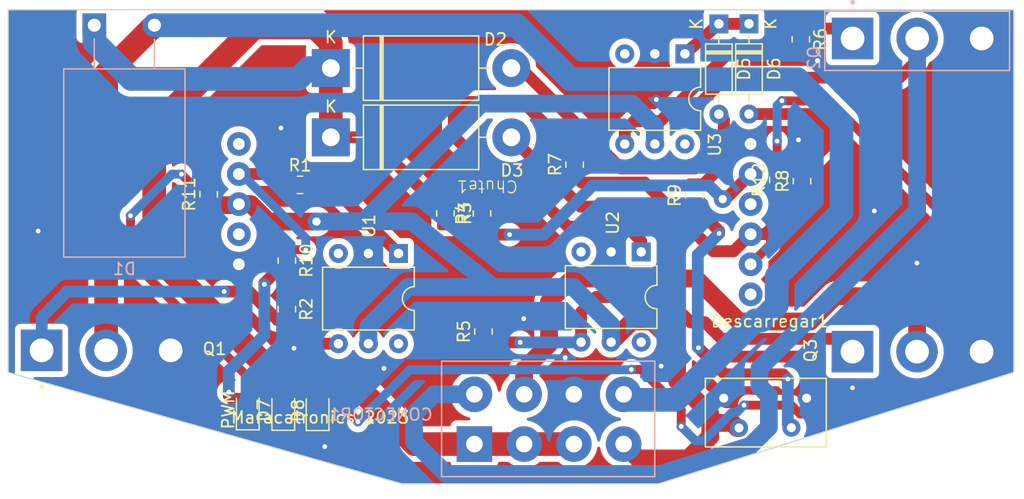
<source format=kicad_pcb>
(kicad_pcb (version 20221018) (generator pcbnew)
  (layers (0 "F.Cu" signal) (31 "B.Cu" signal) (34 "B.Paste" user) (35 "F.Paste" user) (36 "B.SilkS" user "B.Silkscreen") (37 "F.SilkS" user "F.Silkscreen") (38 "B.Mask" user) (39 "F.Mask" user) (44 "Edge.Cuts" user))
  (net 0 "")
  (net 7 "CAP1+")
  (net 8 "SOLENOIDE1_2")
  (net 9 "PWM_carregamento")
  (net 10 "18V")
  (net 12 "ADC_Chute")
  (net 13 "DISPARO CHIP KICK")
  (net 14 "SOLENOIDE2_2")
  (net 15 "Net-(Q2-Pad1)")
  (net 16 "Net-(Q3-Pad1)")
  (net 17 "Net-(Q1-Pad1)")
  (net 18 "Net-(R7-Pad2)")
  (net 19 "INDUTOR1_2")
  (net 20 "GND")
  (net 21 "Net-(R1-Pad2)")
  (net 22 "Net-(D5-K)")
  (net 26 "Net-(D5-A)")
  (net 27 "Net-(D6-A)")
  (net 28 "Net-(Descarregar1-Pad1)")
  (net 29 "Earth")
  (net 30 "Net-(D4-A)")
  (net 31 "Net-(D7-A)")
  (net 32 "Net-(D8-A)")
  (footprint "Resistor_SMD:R_0805_2012Metric" (layer "F.Cu") (at 151.9125 93.7)
    (fp_text reference "R1" (at 0 -1.65) (layer "F.SilkS"))
    (fp_text value "220")
    (fp_line (start -0.227064 -0.735) (end 0.227064 -0.735) (stroke (width 0.12)) (layer "F.SilkS"))
    (fp_line (start -0.227064 0.735) (end 0.227064 0.735) (stroke (width 0.12)) (layer "F.SilkS"))
    (pad "1" smd roundrect (at -0.9125 0) (size 1.025 1.4) (layers "F.Cu" "F.Paste" "F.Mask") (roundrect_rratio 0.243902) (net 9 "PWM_carregamento"))
    (pad "2" smd roundrect (at 0.9125 0) (size 1.025 1.4) (layers "F.Cu" "F.Paste" "F.Mask") (roundrect_rratio 0.243902) (net 21 "Net-(R1-Pad2)"))
  )
  (footprint "Package_DIP:DIP-6_W7.62mm" (layer "F.Cu") (at 180.719848 99.36 -90)
    (fp_text reference "U2" (at -2.45 2.402 90) (layer "F.SilkS"))
    (fp_text value "OPTO DISPARO KICK")
    (fp_line (start 1.16 -1.33) (end 1.16 6.41) (stroke (width 0.12)) (layer "F.SilkS"))
    (fp_line (start 1.16 6.41) (end 6.46 6.41) (stroke (width 0.12)) (layer "F.SilkS"))
    (fp_line (start 2.81 -1.33) (end 1.16 -1.33) (stroke (width 0.12)) (layer "F.SilkS"))
    (fp_line (start 6.46 -1.33) (end 4.81 -1.33) (stroke (width 0.12)) (layer "F.SilkS"))
    (fp_line (start 6.46 6.41) (end 6.46 -1.33) (stroke (width 0.12)) (layer "F.SilkS"))
    (fp_arc (start 4.81 -1.33) (mid 3.81 -0.33) (end 2.81 -1.33) (stroke (width 0.12)) (layer "F.SilkS"))
    (pad "1" thru_hole rect (at 0 0 270) (size 1.6 1.6) (drill 0.8) (layers "*.Cu" "*.Mask") (net 18 "Net-(R7-Pad2)"))
    (pad "2" thru_hole oval (at 0 2.54 270) (size 1.6 1.6) (drill 0.8) (layers "*.Cu" "*.Mask") (net 20 "GND"))
    (pad "3" thru_hole oval (at 0 5.08 270) (size 1.6 1.6) (drill 0.8) (layers "*.Cu" "*.Mask"))
    (pad "4" thru_hole oval (at 7.62 5.08 270) (size 1.6 1.6) (drill 0.8) (layers "*.Cu" "*.Mask") (net 16 "Net-(Q3-Pad1)"))
    (pad "5" thru_hole oval (at 7.62 2.54 270) (size 1.6 1.6) (drill 0.8) (layers "*.Cu" "*.Mask") (net 10 "18V"))
    (pad "6" thru_hole oval (at 7.62 0 270) (size 1.6 1.6) (drill 0.8) (layers "*.Cu" "*.Mask"))
  )
  (footprint "Resistor_SMD:R_0805_2012Metric" (layer "F.Cu") (at 194.3 93.3875 90)
    (fp_text reference "R8" (at 0 -1.65 90) (layer "F.SilkS"))
    (fp_text value "100")
    (fp_line (start -0.227064 -0.735) (end 0.227064 -0.735) (stroke (width 0.12)) (layer "F.SilkS"))
    (fp_line (start -0.227064 0.735) (end 0.227064 0.735) (stroke (width 0.12)) (layer "F.SilkS"))
    (pad "1" smd roundrect (at -0.9125 0 90) (size 1.025 1.4) (layers "F.Cu" "F.Paste" "F.Mask") (roundrect_rratio 0.243902) (net 13 "DISPARO CHIP KICK"))
    (pad "2" smd roundrect (at 0.9125 0 90) (size 1.025 1.4) (layers "F.Cu" "F.Paste" "F.Mask") (roundrect_rratio 0.243902) (net 27 "Net-(D6-A)"))
  )
  (footprint "Resistor_SMD:R_0805_2012Metric" (layer "F.Cu") (at 175.1 91.9875 90)
    (fp_text reference "R7" (at 0 -1.65 90) (layer "F.SilkS"))
    (fp_text value "220")
    (fp_line (start -0.227064 -0.735) (end 0.227064 -0.735) (stroke (width 0.12)) (layer "F.SilkS"))
    (fp_line (start -0.227064 0.735) (end 0.227064 0.735) (stroke (width 0.12)) (layer "F.SilkS"))
    (pad "1" smd roundrect (at -0.9125 0 90) (size 1.025 1.4) (layers "F.Cu" "F.Paste" "F.Mask") (roundrect_rratio 0.243902) (net 13 "DISPARO CHIP KICK"))
    (pad "2" smd roundrect (at 0.9125 0 90) (size 1.025 1.4) (layers "F.Cu" "F.Paste" "F.Mask") (roundrect_rratio 0.243902) (net 18 "Net-(R7-Pad2)"))
  )
  (footprint "Resistor_SMD:R_0805_2012Metric" (layer "F.Cu") (at 167.279848 96.11 90)
    (fp_text reference "R4" (at 0 -1.65 90) (layer "F.SilkS"))
    (fp_text value "22k")
    (fp_line (start -0.227064 -0.735) (end 0.227064 -0.735) (stroke (width 0.12)) (layer "F.SilkS"))
    (fp_line (start -0.227064 0.735) (end 0.227064 0.735) (stroke (width 0.12)) (layer "F.SilkS"))
    (pad "1" smd roundrect (at -0.9125 0 90) (size 1.025 1.4) (layers "F.Cu" "F.Paste" "F.Mask") (roundrect_rratio 0.243902) (net 12 "ADC_Chute"))
    (pad "2" smd roundrect (at 0.9125 0 90) (size 1.025 1.4) (layers "F.Cu" "F.Paste" "F.Mask") (roundrect_rratio 0.243902) (net 20 "GND"))
  )
  (footprint "Resistor_SMD:R_0805_2012Metric" (layer "F.Cu") (at 150.8 100.0875 -90)
    (fp_text reference "R10" (at 0 -1.65 90) (layer "F.SilkS"))
    (fp_text value "R_US")
    (fp_line (start -0.227064 -0.735) (end 0.227064 -0.735) (stroke (width 0.12)) (layer "F.SilkS"))
    (fp_line (start -0.227064 0.735) (end 0.227064 0.735) (stroke (width 0.12)) (layer "F.SilkS"))
    (pad "1" smd roundrect (at -0.9125 0 270) (size 1.025 1.4) (layers "F.Cu" "F.Paste" "F.Mask") (roundrect_rratio 0.243902) (net 9 "PWM_carregamento"))
    (pad "2" smd roundrect (at 0.9125 0 270) (size 1.025 1.4) (layers "F.Cu" "F.Paste" "F.Mask") (roundrect_rratio 0.243902) (net 30 "Net-(D4-A)"))
  )
  (footprint "Resistor_SMD:R_0805_2012Metric" (layer "F.Cu") (at 144.2 94.5 90)
    (fp_text reference "R11" (at 0 -1.65 90) (layer "F.SilkS"))
    (fp_text value "R_US")
    (fp_line (start -0.227064 -0.735) (end 0.227064 -0.735) (stroke (width 0.12)) (layer "F.SilkS"))
    (fp_line (start -0.227064 0.735) (end 0.227064 0.735) (stroke (width 0.12)) (layer "F.SilkS"))
    (pad "1" smd roundrect (at -0.9125 0 90) (size 1.025 1.4) (layers "F.Cu" "F.Paste" "F.Mask") (roundrect_rratio 0.243902) (net 10 "18V"))
    (pad "2" smd roundrect (at 0.9125 0 90) (size 1.025 1.4) (layers "F.Cu" "F.Paste" "F.Mask") (roundrect_rratio 0.243902) (net 31 "Net-(D7-A)"))
  )
  (footprint "Botão Tactil 90 graus:botão chute 90 graus" (layer "F.Cu") (at 191.5712 105.7164)
    (fp_text reference "Descarregar1" (at 0 -0.5 unlocked) (layer "F.SilkS"))
    (fp_text value "1825910-6")
    (fp_rect (start -5.4356 4.318) (end 4.7752 10.1092) (stroke (width 0.12)) (fill none) (layer "F.SilkS"))
    (pad "1" thru_hole circle (at -3.8824 5.9944) (size 1.524 1.524) (drill 0.762) (layers "*.Cu" "*.Mask") (net 20 "GND"))
    (pad "2" thru_hole circle (at 3.1176 5.9944) (size 1.524 1.524) (drill 0.762) (layers "*.Cu" "*.Mask") (net 20 "GND"))
    (pad "3" thru_hole circle (at -2.5936 8.509) (size 1.524 1.524) (drill 0.762) (layers "*.Cu" "*.Mask") (net 10 "18V"))
    (pad "4" thru_hole circle (at 1.8288 8.4836) (size 1.524 1.524) (drill 0.762) (layers "*.Cu" "*.Mask") (net 28 "Net-(Descarregar1-Pad1)"))
  )
  (footprint "Diode_THT:D_DO-201AD_P15.24mm_Horizontal" (layer "F.Cu") (at 154.514848 89.685)
    (fp_text reference "D3" (at 15.295 2.8) (layer "F.SilkS"))
    (fp_text value "1N5408")
    (fp_text user "K" (at 0 -2.6) (layer "F.SilkS"))
    (fp_line (start 1.84 0) (end 2.75 0) (stroke (width 0.12)) (layer "F.SilkS"))
    (fp_line (start 2.75 -2.72) (end 2.75 2.72) (stroke (width 0.12)) (layer "F.SilkS"))
    (fp_line (start 2.75 2.72) (end 12.49 2.72) (stroke (width 0.12)) (layer "F.SilkS"))
    (fp_line (start 4.175 -2.72) (end 4.175 2.72) (stroke (width 0.12)) (layer "F.SilkS"))
    (fp_line (start 4.295 -2.72) (end 4.295 2.72) (stroke (width 0.12)) (layer "F.SilkS"))
    (fp_line (start 4.415 -2.72) (end 4.415 2.72) (stroke (width 0.12)) (layer "F.SilkS"))
    (fp_line (start 12.49 -2.72) (end 2.75 -2.72) (stroke (width 0.12)) (layer "F.SilkS"))
    (fp_line (start 12.49 2.72) (end 12.49 -2.72) (stroke (width 0.12)) (layer "F.SilkS"))
    (fp_line (start 13.4 0) (end 12.49 0) (stroke (width 0.12)) (layer "F.SilkS"))
    (pad "1" thru_hole rect (at 0 0) (size 3.2 3.2) (drill 1.5) (layers "*.Cu" "*.Mask") (net 7 "CAP1+"))
    (pad "2" thru_hole oval (at 15.24 0) (size 3.2 3.2) (drill 1.5) (layers "*.Cu" "*.Mask") (net 14 "SOLENOIDE2_2"))
  )
  (footprint "Resistor_SMD:R_0805_2012Metric" (layer "F.Cu") (at 167.4 106.0875 90)
    (fp_text reference "R5" (at 0 -1.65 90) (layer "F.SilkS"))
    (fp_text value "10k")
    (fp_line (start -0.227064 -0.735) (end 0.227064 -0.735) (stroke (width 0.12)) (layer "F.SilkS"))
    (fp_line (start -0.227064 0.735) (end 0.227064 0.735) (stroke (width 0.12)) (layer "F.SilkS"))
    (pad "1" smd roundrect (at -0.9125 0 90) (size 1.025 1.4) (layers "F.Cu" "F.Paste" "F.Mask") (roundrect_rratio 0.243902) (net 16 "Net-(Q3-Pad1)"))
    (pad "2" smd roundrect (at 0.9125 0 90) (size 1.025 1.4) (layers "F.Cu" "F.Paste" "F.Mask") (roundrect_rratio 0.243902) (net 20 "GND"))
  )
  (footprint "Maraca:TO545P1560X500X2460-3 90d" (layer "F.Cu") (at 135.539848 107.6725)
    (fp_text reference "Q1" (at 9.156 -0.124) (layer "F.SilkS"))
    (fp_text value "IRFP260N")
    (fp_circle (center -5.45 3.05) (end -5.35 3.05) (stroke (width 0.2)) (fill none) (layer "F.SilkS"))
    (pad "1" thru_hole rect (at -5.45 0) (size 3.5 3.5) (drill 2) (layers "*.Cu" "*.Mask") (net 17 "Net-(Q1-Pad1)"))
    (pad "2" thru_hole circle (at 0 0) (size 3.5 3.5) (drill 2) (layers "*.Cu" "*.Mask") (net 19 "INDUTOR1_2"))
    (pad "3" thru_hole circle (at 5.45 0) (size 3.5 3.5) (drill 2) (layers "*.Cu" "*.Mask") (net 20 "GND"))
  )
  (footprint "LED_SMD:LED_0805_2012Metric" (layer "F.Cu") (at 147.5 112.7 90)
    (fp_text reference "PWM" (at 0 -1.65 90) (layer "F.SilkS"))
    (fp_text value "LED")
    (fp_line (start -1.685 -0.96) (end -1.685 0.96) (stroke (width 0.12)) (layer "F.SilkS"))
    (fp_line (start -1.685 0.96) (end 1 0.96) (stroke (width 0.12)) (layer "F.SilkS"))
    (fp_line (start 1 -0.96) (end -1.685 -0.96) (stroke (width 0.12)) (layer "F.SilkS"))
    (pad "1" smd roundrect (at -0.9375 0 90) (size 0.975 1.4) (layers "F.Cu" "F.Paste" "F.Mask") (net 29 "Earth"))
    (pad "2" smd roundrect (at 0.9375 0 90) (size 0.975 1.4) (layers "F.Cu" "F.Paste" "F.Mask") (net 30 "Net-(D4-A)"))
  )
  (footprint "LED_SMD:LED_0805_2012Metric" (layer "F.Cu") (at 153.395676 112.756413 90)
    (fp_text reference "D8" (at 0 -1.65 90) (layer "F.SilkS"))
    (fp_text value "LED")
    (fp_line (start -1.685 -0.96) (end -1.685 0.96) (stroke (width 0.12)) (layer "F.SilkS"))
    (fp_line (start -1.685 0.96) (end 1 0.96) (stroke (width 0.12)) (layer "F.SilkS"))
    (fp_line (start 1 -0.96) (end -1.685 -0.96) (stroke (width 0.12)) (layer "F.SilkS"))
    (pad "1" smd roundrect (at -0.9375 0 90) (size 0.975 1.4) (layers "F.Cu" "F.Paste" "F.Mask") (net 29 "Earth"))
    (pad "2" smd roundrect (at 0.9375 0 90) (size 0.975 1.4) (layers "F.Cu" "F.Paste" "F.Mask") (net 32 "Net-(D8-A)"))
  )
  (footprint "Diode_THT:D_DO-35_SOD27_P7.62mm_Horizontal" (layer "F.Cu") (at 187.279848 80.11 -90)
    (fp_text reference "D5" (at 3.81 -2.12 90) (layer "F.SilkS"))
    (fp_text value "1N4148")
    (fp_text user "K" (at -0.01 1.91 90) (layer "F.SilkS"))
    (fp_line (start 1.04 0) (end 1.69 0) (stroke (width 0.12)) (layer "F.SilkS"))
    (fp_line (start 1.69 -1.12) (end 1.69 1.12) (stroke (width 0.12)) (layer "F.SilkS"))
    (fp_line (start 1.69 1.12) (end 5.93 1.12) (stroke (width 0.12)) (layer "F.SilkS"))
    (fp_line (start 2.29 -1.12) (end 2.29 1.12) (stroke (width 0.12)) (layer "F.SilkS"))
    (fp_line (start 2.41 -1.12) (end 2.41 1.12) (stroke (width 0.12)) (layer "F.SilkS"))
    (fp_line (start 2.53 -1.12) (end 2.53 1.12) (stroke (width 0.12)) (layer "F.SilkS"))
    (fp_line (start 5.93 -1.12) (end 1.69 -1.12) (stroke (width 0.12)) (layer "F.SilkS"))
    (fp_line (start 5.93 1.12) (end 5.93 -1.12) (stroke (width 0.12)) (layer "F.SilkS"))
    (fp_line (start 6.58 0) (end 5.93 0) (stroke (width 0.12)) (layer "F.SilkS"))
    (pad "1" thru_hole rect (at 0 0 270) (size 1.6 1.6) (drill 0.8) (layers "*.Cu" "*.Mask") (net 22 "Net-(D5-K)"))
    (pad "2" thru_hole oval (at 7.62 0 270) (size 1.6 1.6) (drill 0.8) (layers "*.Cu" "*.Mask") (net 26 "Net-(D5-A)"))
  )
  (footprint "Resistor_SMD:R_0805_2012Metric" (layer "F.Cu") (at 185.2 94.5875 90)
    (fp_text reference "R9" (at 0 -1.65 90) (layer "F.SilkS"))
    (fp_text value "1.6k")
    (fp_line (start -0.227064 -0.735) (end 0.227064 -0.735) (stroke (width 0.12)) (layer "F.SilkS"))
    (fp_line (start -0.227064 0.735) (end 0.227064 0.735) (stroke (width 0.12)) (layer "F.SilkS"))
    (pad "1" smd roundrect (at -0.9125 0 90) (size 1.025 1.4) (layers "F.Cu" "F.Paste" "F.Mask") (roundrect_rratio 0.243902) (net 28 "Net-(Descarregar1-Pad1)"))
    (pad "2" smd roundrect (at 0.9125 0 90) (size 1.025 1.4) (layers "F.Cu" "F.Paste" "F.Mask") (roundrect_rratio 0.243902) (net 26 "Net-(D5-A)"))
  )
  (footprint "Maraca:TO545P1560X500X2460-3 90d" (layer "F.Cu") (at 204.009848 107.7825)
    (fp_text reference "Q3" (at -8.988 -0.0965 90) (layer "F.SilkS"))
    (fp_text value "IRFP260N")
    (fp_circle (center -5.45 3.05) (end -5.35 3.05) (stroke (width 0.2)) (fill none) (layer "F.SilkS"))
    (pad "1" thru_hole rect (at -5.45 0) (size 3.5 3.5) (drill 2) (layers "*.Cu" "*.Mask") (net 16 "Net-(Q3-Pad1)"))
    (pad "2" thru_hole circle (at 0 0) (size 3.5 3.5) (drill 2) (layers "*.Cu" "*.Mask") (net 14 "SOLENOIDE2_2"))
    (pad "3" thru_hole circle (at 5.45 0 2) (size 3.5 3.5) (drill 2) (layers "*.Cu" "*.Mask") (net 20 "GND"))
  )
  (footprint "Package_DIP:DIP-6_W7.62mm" (layer "F.Cu") (at 184.409848 82.635 -90)
    (fp_text reference "U3" (at 7.675 -2.53 90) (layer "F.SilkS"))
    (fp_text value "OPTO DISPARO")
    (fp_line (start 1.16 -1.33) (end 1.16 6.41) (stroke (width 0.12)) (layer "F.SilkS"))
    (fp_line (start 1.16 6.41) (end 6.46 6.41) (stroke (width 0.12)) (layer "F.SilkS"))
    (fp_line (start 2.81 -1.33) (end 1.16 -1.33) (stroke (width 0.12)) (layer "F.SilkS"))
    (fp_line (start 6.46 -1.33) (end 4.81 -1.33) (stroke (width 0.12)) (layer "F.SilkS"))
    (fp_line (start 6.46 6.41) (end 6.46 -1.33) (stroke (width 0.12)) (layer "F.SilkS"))
    (fp_arc (start 4.81 -1.33) (mid 3.81 -0.33) (end 2.81 -1.33) (stroke (width 0.12)) (layer "F.SilkS"))
    (pad "1" thru_hole rect (at 0 0 270) (size 1.6 1.6) (drill 0.8) (layers "*.Cu" "*.Mask") (net 22 "Net-(D5-K)"))
    (pad "2" thru_hole oval (at 0 2.54 270) (size 1.6 1.6) (drill 0.8) (layers "*.Cu" "*.Mask") (net 20 "GND"))
    (pad "3" thru_hole oval (at 0 5.08 270) (size 1.6 1.6) (drill 0.8) (layers "*.Cu" "*.Mask"))
    (pad "4" thru_hole oval (at 7.62 5.08 270) (size 1.6 1.6) (drill 0.8) (layers "*.Cu" "*.Mask") (net 15 "Net-(Q2-Pad1)"))
    (pad "5" thru_hole oval (at 7.62 2.54 270) (size 1.6 1.6) (drill 0.8) (layers "*.Cu" "*.Mask") (net 10 "18V"))
    (pad "6" thru_hole oval (at 7.62 0 270) (size 1.6 1.6) (drill 0.8) (layers "*.Cu" "*.Mask"))
  )
  (footprint "Package_DIP:DIP-6_W7.62mm" (layer "F.Cu") (at 160.229848 99.49 -90)
    (fp_text reference "U1" (at -2.326 2.486 90) (layer "F.SilkS"))
    (fp_text value "OPTO PWM")
    (fp_line (start 1.16 -1.33) (end 1.16 6.41) (stroke (width 0.12)) (layer "F.SilkS"))
    (fp_line (start 1.16 6.41) (end 6.46 6.41) (stroke (width 0.12)) (layer "F.SilkS"))
    (fp_line (start 2.81 -1.33) (end 1.16 -1.33) (stroke (width 0.12)) (layer "F.SilkS"))
    (fp_line (start 6.46 -1.33) (end 4.81 -1.33) (stroke (width 0.12)) (layer "F.SilkS"))
    (fp_line (start 6.46 6.41) (end 6.46 -1.33) (stroke (width 0.12)) (layer "F.SilkS"))
    (fp_arc (start 4.81 -1.33) (mid 3.81 -0.33) (end 2.81 -1.33) (stroke (width 0.12)) (layer "F.SilkS"))
    (pad "1" thru_hole rect (at 0 0 270) (size 1.6 1.6) (drill 0.8) (layers "*.Cu" "*.Mask") (net 21 "Net-(R1-Pad2)"))
    (pad "2" thru_hole oval (at 0 2.54 270) (size 1.6 1.6) (drill 0.8) (layers "*.Cu" "*.Mask") (net 20 "GND"))
    (pad "3" thru_hole oval (at 0 5.08 270) (size 1.6 1.6) (drill 0.8) (layers "*.Cu" "*.Mask"))
    (pad "4" thru_hole oval (at 7.62 5.08 270) (size 1.6 1.6) (drill 0.8) (layers "*.Cu" "*.Mask") (net 17 "Net-(Q1-Pad1)"))
    (pad "5" thru_hole oval (at 7.62 2.54 270) (size 1.6 1.6) (drill 0.8) (layers "*.Cu" "*.Mask") (net 10 "18V"))
    (pad "6" thru_hole oval (at 7.62 0 270) (size 1.6 1.6) (drill 0.8) (layers "*.Cu" "*.Mask"))
  )
  (footprint "Resistor_SMD:R_0805_2012Metric" (layer "F.Cu") (at 150.8 104.2 -90)
    (fp_text reference "R2" (at 0 -1.65 90) (layer "F.SilkS"))
    (fp_text value "10k")
    (fp_line (start -0.227064 -0.735) (end 0.227064 -0.735) (stroke (width 0.12)) (layer "F.SilkS"))
    (fp_line (start -0.227064 0.735) (end 0.227064 0.735) (stroke (width 0.12)) (layer "F.SilkS"))
    (pad "1" smd roundrect (at -0.9125 0 270) (size 1.025 1.4) (layers "F.Cu" "F.Paste" "F.Mask") (roundrect_rratio 0.243902) (net 20 "GND"))
    (pad "2" smd roundrect (at 0.9125 0 270) (size 1.025 1.4) (layers "F.Cu" "F.Paste" "F.Mask") (roundrect_rratio 0.243902) (net 17 "Net-(Q1-Pad1)"))
  )
  (footprint "Maraca:Conn_2x11_Maraca_Chute" (layer "F.Cu") (at 168.409848 95.285)
    (fp_text reference "Chute1" (at -0.69 -1.46 180 unlocked) (layer "F.SilkS") (effects (font (thickness 0.1))))
    (fp_text value "Conn_02x11_Pin_Maraca")
    (pad "1" thru_hole circle (at -21.66 -5.04) (size 2 2) (drill 1) (layers "*.Cu" "*.Mask"))
    (pad "2" thru_hole circle (at -21.66 -2.5) (size 2 2) (drill 1) (layers "*.Cu" "*.Mask") (net 9 "PWM_carregamento"))
    (pad "3" thru_hole circle (at -21.66 0.04) (size 2 2) (drill 1) (layers "*.Cu" "*.Mask") (net 10 "18V"))
    (pad "4" thru_hole circle (at -21.66 2.58) (size 2 2) (drill 1) (layers "*.Cu" "*.Mask"))
    (pad "5" thru_hole circle (at -21.66 5.12) (size 2 2) (drill 1) (layers "*.Cu" "*.Mask") (net 20 "GND"))
    (pad "6" thru_hole circle (at 21.55 -5.04) (size 2 2) (drill 1) (layers "*.Cu" "*.Mask") (net 20 "GND"))
    (pad "7" thru_hole circle (at 21.55 -2.5) (size 2 2) (drill 1) (layers "*.Cu" "*.Mask") (net 12 "ADC_Chute"))
    (pad "8" thru_hole circle (at 21.55 0.04) (size 2 2) (drill 1) (layers "*.Cu" "*.Mask"))
    (pad "9" thru_hole circle (at 21.55 2.58) (size 2 2) (drill 1) (layers "*.Cu" "*.Mask") (net 13 "DISPARO CHIP KICK"))
    (pad "10" thru_hole circle (at 21.55 5.12) (size 2 2) (drill 1) (layers "*.Cu" "*.Mask") (net 13 "DISPARO CHIP KICK"))
    (pad "11" thru_hole circle (at 21.55 7.66) (size 2 2) (drill 1) (layers "*.Cu" "*.Mask"))
  )
  (footprint "Diode_THT:D_DO-201AD_P15.24mm_Horizontal" (layer "F.Cu") (at 154.509848 83.84)
    (fp_text reference "D2" (at 13.902 -2.424) (layer "F.SilkS"))
    (fp_text value "1N5408")
    (fp_text user "K" (at 0 -2.6) (layer "F.SilkS"))
    (fp_line (start 1.84 0) (end 2.75 0) (stroke (width 0.12)) (layer "F.SilkS"))
    (fp_line (start 2.75 -2.72) (end 2.75 2.72) (stroke (width 0.12)) (layer "F.SilkS"))
    (fp_line (start 2.75 2.72) (end 12.49 2.72) (stroke (width 0.12)) (layer "F.SilkS"))
    (fp_line (start 4.175 -2.72) (end 4.175 2.72) (stroke (width 0.12)) (layer "F.SilkS"))
    (fp_line (start 4.295 -2.72) (end 4.295 2.72) (stroke (width 0.12)) (layer "F.SilkS"))
    (fp_line (start 4.415 -2.72) (end 4.415 2.72) (stroke (width 0.12)) (layer "F.SilkS"))
    (fp_line (start 12.49 -2.72) (end 2.75 -2.72) (stroke (width 0.12)) (layer "F.SilkS"))
    (fp_line (start 12.49 2.72) (end 12.49 -2.72) (stroke (width 0.12)) (layer "F.SilkS"))
    (fp_line (start 13.4 0) (end 12.49 0) (stroke (width 0.12)) (layer "F.SilkS"))
    (pad "1" thru_hole rect (at 0 0) (size 3.2 3.2) (drill 1.5) (layers "*.Cu" "*.Mask") (net 7 "CAP1+"))
    (pad "2" thru_hole oval (at 15.24 0) (size 3.2 3.2) (drill 1.5) (layers "*.Cu" "*.Mask") (net 8 "SOLENOIDE1_2"))
  )
  (footprint "Resistor_SMD:R_0805_2012Metric" (layer "F.Cu") (at 192.3 93.2875 90)
    (fp_text reference "R12" (at 0 -1.65 90) (layer "F.SilkS"))
    (fp_text value "R_US")
    (fp_line (start -0.227064 -0.735) (end 0.227064 -0.735) (stroke (width 0.12)) (layer "F.SilkS"))
    (fp_line (start -0.227064 0.735) (end 0.227064 0.735) (stroke (width 0.12)) (layer "F.SilkS"))
    (pad "1" smd roundrect (at -0.9125 0 90) (size 1.025 1.4) (layers "F.Cu" "F.Paste" "F.Mask") (roundrect_rratio 0.243902) (net 13 "DISPARO CHIP KICK"))
    (pad "2" smd roundrect (at 0.9125 0 90) (size 1.025 1.4) (layers "F.Cu" "F.Paste" "F.Mask") (roundrect_rratio 0.243902) (net 32 "Net-(D8-A)"))
  )
  (footprint "Resistor_SMD:R_0805_2012Metric" (layer "F.Cu") (at 194.2 81.4125 -90)
    (fp_text reference "R6" (at 0 -1.65 -90) (layer "F.SilkS"))
    (fp_text value "10k")
    (fp_line (start -0.227064 -0.735) (end 0.227064 -0.735) (stroke (width 0.12)) (layer "F.SilkS"))
    (fp_line (start -0.227064 0.735) (end 0.227064 0.735) (stroke (width 0.12)) (layer "F.SilkS"))
    (pad "1" smd roundrect (at -0.9125 0 270) (size 1.025 1.4) (layers "F.Cu" "F.Paste" "F.Mask") (roundrect_rratio 0.243902) (net 15 "Net-(Q2-Pad1)"))
    (pad "2" smd roundrect (at 0.9125 0 270) (size 1.025 1.4) (layers "F.Cu" "F.Paste" "F.Mask") (roundrect_rratio 0.243902) (net 20 "GND"))
  )
  (footprint "LED_SMD:LED_0805_2012Metric" (layer "F.Cu") (at 150.5 112.7375 90)
    (fp_text reference "D7" (at 0 -1.65 90) (layer "F.SilkS"))
    (fp_text value "LED")
    (fp_line (start -1.685 -0.96) (end -1.685 0.96) (stroke (width 0.12)) (layer "F.SilkS"))
    (fp_line (start -1.685 0.96) (end 1 0.96) (stroke (width 0.12)) (layer "F.SilkS"))
    (fp_line (start 1 -0.96) (end -1.685 -0.96) (stroke (width 0.12)) (layer "F.SilkS"))
    (pad "1" smd roundrect (at -0.9375 0 90) (size 0.975 1.4) (layers "F.Cu" "F.Paste" "F.Mask") (net 29 "Earth"))
    (pad "2" smd roundrect (at 0.9375 0 90) (size 0.975 1.4) (layers "F.Cu" "F.Paste" "F.Mask") (net 31 "Net-(D7-A)"))
  )
  (footprint "Resistor_SMD:R_0805_2012Metric" (layer "F.Cu") (at 164.189848 96.11 -90)
    (fp_text reference "R3" (at 0 -1.65 -90) (layer "F.SilkS"))
    (fp_text value "2.2M")
    (fp_line (start -0.227064 -0.735) (end 0.227064 -0.735) (stroke (width 0.12)) (layer "F.SilkS"))
    (fp_line (start -0.227064 0.735) (end 0.227064 0.735) (stroke (width 0.12)) (layer "F.SilkS"))
    (pad "1" smd roundrect (at -0.9125 0 270) (size 1.025 1.4) (layers "F.Cu" "F.Paste" "F.Mask") (roundrect_rratio 0.243902) (net 7 "CAP1+"))
    (pad "2" smd roundrect (at 0.9125 0 270) (size 1.025 1.4) (layers "F.Cu" "F.Paste" "F.Mask") (roundrect_rratio 0.243902) (net 12 "ADC_Chute"))
  )
  (footprint "Diode_THT:D_DO-35_SOD27_P7.62mm_Horizontal" (layer "F.Cu") (at 189.819848 80.1 -90)
    (fp_text reference "D6" (at 3.81 -2.12 90) (layer "F.SilkS"))
    (fp_text value "1N4148")
    (fp_text user "K" (at 0 -1.8 90) (layer "F.SilkS"))
    (fp_line (start 1.04 0) (end 1.69 0) (stroke (width 0.12)) (layer "F.SilkS"))
    (fp_line (start 1.69 -1.12) (end 1.69 1.12) (stroke (width 0.12)) (layer "F.SilkS"))
    (fp_line (start 1.69 1.12) (end 5.93 1.12) (stroke (width 0.12)) (layer "F.SilkS"))
    (fp_line (start 2.29 -1.12) (end 2.29 1.12) (stroke (width 0.12)) (layer "F.SilkS"))
    (fp_line (start 2.41 -1.12) (end 2.41 1.12) (stroke (width 0.12)) (layer "F.SilkS"))
    (fp_line (start 2.53 -1.12) (end 2.53 1.12) (stroke (width 0.12)) (layer "F.SilkS"))
    (fp_line (start 5.93 -1.12) (end 1.69 -1.12) (stroke (width 0.12)) (layer "F.SilkS"))
    (fp_line (start 5.93 1.12) (end 5.93 -1.12) (stroke (width 0.12)) (layer "F.SilkS"))
    (fp_line (start 6.58 0) (end 5.93 0) (stroke (width 0.12)) (layer "F.SilkS"))
    (pad "1" thru_hole rect (at 0 0 270) (size 1.6 1.6) (drill 0.8) (layers "*.Cu" "*.Mask") (net 22 "Net-(D5-K)"))
    (pad "2" thru_hole oval (at 7.62 0 270) (size 1.6 1.6) (drill 0.8) (layers "*.Cu" "*.Mask") (net 27 "Net-(D6-A)"))
  )
  (footprint "Package_TO_SOT_THT:TO-220-2_Horizontal_TabDown" (layer "B.Cu") (at 134.539848 80.22)
    (fp_text reference "D1" (at 2.54 20.58) (layer "B.SilkS") (effects (justify mirror)))
    (fp_text value "BYV79-200")
    (fp_line (start -2.58 3.69) (end 7.66 3.69) (stroke (width 0.12)) (layer "B.SilkS"))
    (fp_line (start -2.58 19.58) (end -2.58 3.69) (stroke (width 0.12)) (layer "B.SilkS"))
    (fp_line (start -2.58 19.58) (end 7.66 19.58) (stroke (width 0.12)) (layer "B.SilkS"))
    (fp_line (start 0 3.69) (end 0 1.15) (stroke (width 0.12)) (layer "B.SilkS"))
    (fp_line (start 5.08 3.69) (end 5.08 1.165) (stroke (width 0.12)) (layer "B.SilkS"))
    (fp_line (start 7.66 19.58) (end 7.66 3.69) (stroke (width 0.12)) (layer "B.SilkS"))
    (pad "1" thru_hole rect (at 0 0) (size 2 2) (drill 1.1) (layers "*.Cu" "*.Mask") (net 7 "CAP1+"))
    (pad "2" thru_hole oval (at 5.08 0) (size 2 2) (drill 1.1) (layers "*.Cu" "*.Mask") (net 19 "INDUTOR1_2"))
  )
  (footprint "Maraca:TE_1586037-8b" (layer "B.Cu") (at 166.634848 115.585)
    (fp_text reference "CONECTOR1" (at -7.905 -2.485) (layer "B.SilkS") (effects (justify mirror)))
    (fp_text value "CONECTOR1")
    (fp_line (start -2.77 -7) (end -2.77 2.75) (stroke (width 0.127)) (layer "B.SilkS"))
    (fp_line (start 15.23 -7) (end -2.77 -7) (stroke (width 0.127)) (layer "B.SilkS"))
    (fp_line (start 15.23 2.75) (end -2.77 2.75) (stroke (width 0.127)) (layer "B.SilkS"))
    (fp_line (start 15.23 2.75) (end 15.23 -7) (stroke (width 0.127)) (layer "B.SilkS"))
    (pad "1" thru_hole rect (at 0 0) (size 3 3) (drill 1.4) (layers "*.Cu" "*.Mask") (net 7 "CAP1+"))
    (pad "2" thru_hole circle (at 4.2 0) (size 3 3) (drill 1.4) (layers "*.Cu" "*.Mask") (net 7 "CAP1+"))
    (pad "3" thru_hole circle (at 8.4 0) (size 3 3) (drill 1.4) (layers "*.Cu" "*.Mask") (net 7 "CAP1+"))
    (pad "4" thru_hole circle (at 12.6 0) (size 3 3) (drill 1.4) (layers "*.Cu" "*.Mask") (net 10 "18V"))
    (pad "5" thru_hole circle (at 0 -4.2) (size 3 3) (drill 1.4) (layers "*.Cu" "*.Mask") (net 8 "SOLENOIDE1_2"))
    (pad "6" thru_hole circle (at 4.2 -4.2) (size 3 3) (drill 1.4) (layers "*.Cu" "*.Mask") (net 14 "SOLENOIDE2_2"))
    (pad "7" thru_hole circle (at 8.4 -4.2) (size 3 3) (drill 1.4) (layers "*.Cu" "*.Mask") (net 20 "GND"))
    (pad "8" thru_hole circle (at 12.6 -4.2) (size 3 3) (drill 1.4) (layers "*.Cu" "*.Mask") (net 19 "INDUTOR1_2"))
  )
  (footprint "Maraca:TO545P1560X500X2460-3 90d" (layer "B.Cu") (at 204.019848 81.34)
    (fp_text reference "Q2" (at -8.714 1.634 90) (layer "B.SilkS") (effects (justify mirror)))
    (fp_text value "IRFP260N")
    (fp_line (start -7.8 -2.3) (end -7.8 2.7) (stroke (width 0.127)) (layer "B.SilkS"))
    (fp_line (start -7.8 2.7) (end 7.8 2.7) (stroke (width 0.127)) (layer "B.SilkS"))
    (fp_line (start 7.8 -2.3) (end -7.8 -2.3) (stroke (width 0.127)) (layer "B.SilkS"))
    (fp_line (start 7.8 2.7) (end 7.8 -2.3) (stroke (width 0.127)) (layer "B.SilkS"))
    (fp_circle (center -5.45 -3.05) (end -5.35 -3.05) (stroke (width 0.2)) (fill none) (layer "B.SilkS"))
    (pad "1" thru_hole rect (at -5.45 0) (size 3.5 3.5) (drill 2) (layers "*.Cu" "*.Mask") (net 15 "Net-(Q2-Pad1)"))
    (pad "2" thru_hole circle (at 0 0) (size 3.5 3.5) (drill 2) (layers "*.Cu" "*.Mask") (net 8 "SOLENOIDE1_2"))
    (pad "3" thru_hole circle (at 5.45 0) (size 3.5 3.5) (drill 2) (layers "*.Cu" "*.Mask") (net 20 "GND"))
  )
  (gr_line (start 212.189848 109.53) (end 182.189848 118.94) (stroke (width 0.1)) (layer "Edge.Cuts"))
  (gr_line (start 127.259848 78.91) (end 212.189848 78.91) (stroke (width 0.1)) (layer "Edge.Cuts"))
  (gr_line (start 127.259848 109.53) (end 127.259848 78.91) (stroke (width 0.1)) (layer "Edge.Cuts"))
  (gr_line (start 127.259848 109.53) (end 160.509848 118.94) (stroke (width 0.1)) (layer "Edge.Cuts"))
  (gr_line (start 212.189848 78.91) (end 212.189848 109.53) (stroke (width 0.1)) (layer "Edge.Cuts"))
  (gr_line (start 160.509848 118.94) (end 182.189848 118.94) (stroke (width 0.1)) (layer "Edge.Cuts"))
  (gr_text "Maracatronics 2023" (at 145.99 113.92) (layer "F.SilkS") (effects (font (size 1 1)) (justify left bottom)))
  (segment (start 149.784848 109.735) (end 139.6 99.550152) (width 2) (layer "F.Cu") (net 7))
  (segment (start 155.735 109.735) (end 149.784848 109.735) (width 2) (layer "F.Cu") (net 7))
  (segment (start 163.277348 95.1975) (end 164.189848 95.1975) (width 1) (layer "F.Cu") (net 7))
  (segment (start 161.585 115.585) (end 155.735 109.735) (width 2) (layer "F.Cu") (net 7))
  (segment (start 139.6 99.550152) (end 139.6 88.844848) (width 2) (layer "F.Cu") (net 7))
  (segment (start 154.514848 89.685) (end 157.764848 89.685) (width 1) (layer "F.Cu") (net 7))
  (segment (start 154.514848 89.685) (end 154.509848 83.84) (width 2) (layer "F.Cu") (net 7))
  (segment (start 157.764848 89.685) (end 163.277348 95.1975) (width 1) (layer "F.Cu") (net 7))
  (segment (start 166.634848 115.585) (end 170.834848 115.585) (width 2) (layer "F.Cu") (net 7))
  (segment (start 170.834848 115.585) (end 175.034848 115.585) (width 2) (layer "F.Cu") (net 7))
  (segment (start 166.634848 115.585) (end 161.585 115.585) (width 2) (layer "F.Cu") (net 7))
  (segment (start 154.509848 81.71) (end 154.509848 83.84) (width 2) (layer "F.Cu") (net 7))
  (segment (start 139.6 88.844848) (end 148.034848 80.41) (width 2) (layer "F.Cu") (net 7))
  (segment (start 148.034848 80.41) (end 153.209848 80.41) (width 2) (layer "F.Cu") (net 7))
  (segment (start 153.209848 80.41) (end 154.509848 81.71) (width 2) (layer "F.Cu") (net 7))
  (segment (start 134.549848 81.64) (end 134.539848 80.22) (width 2) (layer "B.Cu") (net 7))
  (segment (start 137.659848 84.75) (end 134.549848 81.64) (width 2) (layer "B.Cu") (net 7))
  (segment (start 151.75 84.75) (end 137.659848 84.75) (width 2) (layer "B.Cu") (net 7))
  (segment (start 152.66 83.84) (end 151.75 84.75) (width 2) (layer "B.Cu") (net 7))
  (segment (start 154.509848 83.84) (end 152.66 83.84) (width 2) (layer "B.Cu") (net 7))
  (segment (start 204.037818 83.14) (end 202.527818 84.65) (width 1) (layer "F.Cu") (net 8))
  (segment (start 179.01 92.31) (end 170.54 83.84) (width 1) (layer "F.Cu") (net 8))
  (segment (start 186.309848 91.26) (end 185.259848 92.31) (width 1) (layer "F.Cu") (net 8))
  (segment (start 185.259848 92.31) (end 179.01 92.31) (width 1) (layer "F.Cu") (net 8))
  (segment (start 185.329848 88.66) (end 186.309848 89.64) (width 1) (layer "F.Cu") (net 8))
  (segment (start 170.54 83.84) (end 169.749848 83.84) (width 1) (layer "F.Cu") (net 8))
  (segment (start 185.329848 87.17) (end 185.329848 88.66) (width 1) (layer "F.Cu") (net 8))
  (segment (start 186.309848 89.64) (end 186.309848 91.26) (width 1) (layer "F.Cu") (net 8))
  (segment (start 202.527818 84.65) (end 187.849848 84.65) (width 1) (layer "F.Cu") (net 8))
  (segment (start 204.019848 81.34) (end 204.037818 83.14) (width 1) (layer "F.Cu") (net 8))
  (segment (start 187.849848 84.65) (end 185.329848 87.17) (width 1) (layer "F.Cu") (net 8))
  (segment (start 182.330029 118.11) (end 164.259848 118.11) (width 1.5) (layer "B.Cu") (net 8))
  (segment (start 191.5 114.17) (end 189.950191 115.719809) (width 1.5) (layer "B.Cu") (net 8))
  (segment (start 191.5 111.5) (end 191.5 114.17) (width 1.5) (layer "B.Cu") (net 8))
  (segment (start 190.7 109.199848) (end 190.7 110.7) (width 1.5) (layer "B.Cu") (net 8))
  (segment (start 204.019848 81.34) (end 204.019848 95.88) (width 1.5) (layer "B.Cu") (net 8))
  (segment (start 161.54 113.06) (end 163.215 111.385) (width 1.5) (layer "B.Cu") (net 8))
  (segment (start 161.54 115.390152) (end 161.54 113.06) (width 1.5) (layer "B.Cu") (net 8))
  (segment (start 190.7 110.7) (end 191.5 111.5) (width 1.5) (layer "B.Cu") (net 8))
  (segment (start 204.019848 95.88) (end 190.7 109.199848) (width 1.5) (layer "B.Cu") (net 8))
  (segment (start 189.950191 115.719809) (end 182.330029 118.11) (width 1.5) (layer "B.Cu") (net 8))
  (segment (start 163.215 111.385) (end 166.634848 111.385) (width 1.5) (layer "B.Cu") (net 8))
  (segment (start 164.259848 118.11) (end 161.54 115.390152) (width 1.5) (layer "B.Cu") (net 8))
  (segment (start 152.375 99.175) (end 152.4 99.2) (width 0.75) (layer "F.Cu") (net 9))
  (segment (start 150.8 99.175) (end 152.375 99.175) (width 0.75) (layer "F.Cu") (net 9))
  (segment (start 146.749848 92.785) (end 150.085 92.785) (width 1) (layer "F.Cu") (net 9))
  (segment (start 150.085 92.785) (end 151 93.7) (width 1) (layer "F.Cu") (net 9))
  (via (at 152.4 99.2) (size 0.8) (drill 0.4) (layers "F.Cu" "B.Cu") (net 9))
  (segment (start 152.4 99.2) (end 152.4 98.2) (width 0.75) (layer "B.Cu") (net 9))
  (segment (start 146.985 92.785) (end 146.749848 92.785) (width 0.75) (layer "B.Cu") (net 9))
  (segment (start 152.4 98.2) (end 146.985 92.785) (width 0.75) (layer "B.Cu") (net 9))
  (segment (start 146.662348 95.4125) (end 146.749848 95.325) (width 1.5) (layer "F.Cu") (net 10))
  (segment (start 181.63 105.23) (end 179.929848 105.23) (width 1.5) (layer "F.Cu") (net 10))
  (segment (start 186.55 113.8) (end 188.390811 113.8) (width 1.5) (layer "F.Cu") (net 10))
  (segment (start 188.390811 113.8) (end 188.816211 114.2254) (width 1.5) (layer "F.Cu") (net 10))
  (segment (start 149.25 96.8) (end 147.775 95.325) (width 1.5) (layer "F.Cu") (net 10))
  (segment (start 184.7 116.8) (end 186.55 114.95) (width 1.5) (layer "F.Cu") (net 10))
  (segment (start 144.2 95.4125) (end 146.662348 95.4125) (width 1.5) (layer "F.Cu") (net 10))
  (segment (start 186.55 113.05) (end 183.75 110.25) (width 1.5) (layer "F.Cu") (net 10))
  (segment (start 179.234848 115.585) (end 180.449848 116.8) (width 1.5) (layer "F.Cu") (net 10))
  (segment (start 186.55 114.95) (end 186.55 113.8) (width 1.5) (layer "F.Cu") (net 10))
  (segment (start 153.3 96.8) (end 149.25 96.8) (width 1.5) (layer "F.Cu") (net 10))
  (segment (start 179.929848 105.23) (end 178.179848 106.98) (width 1.5) (layer "F.Cu") (net 10))
  (segment (start 188.816211 114.2254) (end 188.9776 114.2254) (width 1.5) (layer "F.Cu") (net 10))
  (segment (start 180.449848 116.8) (end 184.7 116.8) (width 1.5) (layer "F.Cu") (net 10))
  (segment (start 183.75 110.25) (end 183.75 107.35) (width 1.5) (layer "F.Cu") (net 10))
  (segment (start 186.55 113.8) (end 186.55 113.05) (width 1.5) (layer "F.Cu") (net 10))
  (segment (start 183.75 107.35) (end 181.63 105.23) (width 1.5) (layer "F.Cu") (net 10))
  (segment (start 147.775 95.325) (end 146.749848 95.325) (width 1.5) (layer "F.Cu") (net 10))
  (via (at 153.3 96.8) (size 1.5) (drill 0.7) (layers "F.Cu" "B.Cu") (net 10))
  (segment (start 179.939848 86.84) (end 181.869848 88.77) (width 1.5) (layer "B.Cu") (net 10))
  (segment (start 181.869848 88.77) (end 181.869848 90.255) (width 1.5) (layer "B.Cu") (net 10))
  (segment (start 168.22335 102.321498) (end 161.02335 102.321498) (width 1.5) (layer "B.Cu") (net 10))
  (segment (start 178.179848 105.529848) (end 174.971498 102.321498) (width 1.5) (layer "B.Cu") (net 10))
  (segment (start 161.354848 96.775) (end 161.489848 96.91) (width 1.5) (layer "B.Cu") (net 10))
  (segment (start 167.219848 86.84) (end 179.939848 86.84) (width 1.5) (layer "B.Cu") (net 10))
  (segment (start 157.689848 105.655) (end 157.689848 107.11) (width 1.5) (layer "B.Cu") (net 10))
  (segment (start 161.489848 96.91) (end 168.22335 102.321498) (width 1.5) (layer "B.Cu") (net 10))
  (segment (start 161.02335 102.321498) (end 157.689848 105.655) (width 1.5) (layer "B.Cu") (net 10))
  (segment (start 157.284848 96.775) (end 167.219848 86.84) (width 1.5) (layer "B.Cu") (net 10))
  (segment (start 153.3 96.8) (end 155.68 96.775) (width 1.5) (layer "B.Cu") (net 10))
  (segment (start 174.971498 102.321498) (end 168.22335 102.321498) (width 1.5) (layer "B.Cu") (net 10))
  (segment (start 155.68 96.775) (end 157.284848 96.775) (width 1.5) (layer "B.Cu") (net 10))
  (segment (start 178.179848 106.98) (end 178.179848 105.529848) (width 1.5) (layer "B.Cu") (net 10))
  (segment (start 157.284848 96.775) (end 161.354848 96.775) (width 1.5) (layer "B.Cu") (net 10))
  (segment (start 168.157348 97.9) (end 167.279848 97.0225) (width 1) (layer "F.Cu") (net 12))
  (segment (start 169.6 97.9) (end 168.157348 97.9) (width 1) (layer "F.Cu") (net 12))
  (segment (start 187.844848 94.9) (end 189.959848 92.785) (width 1) (layer "F.Cu") (net 12))
  (segment (start 187.6 94.9) (end 187.844848 94.9) (width 1) (layer "F.Cu") (net 12))
  (segment (start 167.279848 97.0225) (end 164.189848 97.0225) (width 1) (layer "F.Cu") (net 12))
  (via (at 187.6 94.9) (size 1.5) (drill 0.7) (layers "F.Cu" "B.Cu") (net 12))
  (via (at 169.6 97.9) (size 0.8) (drill 0.4) (layers "F.Cu" "B.Cu") (net 12))
  (segment (start 172.469848 97.9) (end 169.6 97.9) (width 1) (layer "B.Cu") (net 12))
  (segment (start 176.619848 93.75) (end 172.469848 97.9) (width 1) (layer "B.Cu") (net 12))
  (segment (start 186.45 93.75) (end 176.619848 93.75) (width 1) (layer "B.Cu") (net 12))
  (segment (start 187.6 94.9) (end 186.45 93.75) (width 1) (layer "B.Cu") (net 12))
  (segment (start 192.5 96.569848) (end 191.634924 97.434924) (width 0.75) (layer "F.Cu") (net 13))
  (segment (start 192.5 96.569848) (end 192.3 96.369848) (width 0.75) (layer "F.Cu") (net 13))
  (segment (start 191.204848 97.865) (end 189.959848 97.865) (width 0.75) (layer "F.Cu") (net 13))
  (segment (start 191.209848 97.86) (end 189.959848 97.865) (width 1) (layer "F.Cu") (net 13))
  (segment (start 192.3 96.369848) (end 192.3 94.2) (width 0.75) (layer "F.Cu") (net 13))
  (segment (start 188.524848 99.3) (end 186.8 99.3) (width 1) (layer "F.Cu") (net 13))
  (segment (start 189.959848 97.865) (end 188.524848 99.3) (width 1) (layer "F.Cu") (net 13))
  (segment (start 192.5 96.569848) (end 191.204848 97.865) (width 0.75) (layer "F.Cu") (net 13))
  (segment (start 191.634924 97.434924) (end 191.634924 98.729924) (width 0.75) (layer "F.Cu") (net 13))
  (segment (start 191.634924 98.729924) (end 189.959848 100.405) (width 0.75) (layer "F.Cu") (net 13))
  (segment (start 194.3 94.3) (end 194.3 94.769848) (width 1) (layer "F.Cu") (net 13))
  (segment (start 194.3 94.769848) (end 191.209848 97.86) (width 1) (layer "F.Cu") (net 13))
  (segment (start 186.8 99.3) (end 181.01 93.51) (width 1) (layer "F.Cu") (net 13))
  (segment (start 175.71 93.51) (end 175.1 92.9) (width 1) (layer "F.Cu") (net 13))
  (segment (start 181.01 93.51) (end 175.71 93.51) (width 1) (layer "F.Cu") (net 13))
  (segment (start 183.7 98.650152) (end 180.584848 95.535) (width 1) (layer "F.Cu") (net 14))
  (segment (start 185.359848 101.61) (end 186.699848 102.95) (width 1.5) (layer "F.Cu") (net 14))
  (segment (start 172.349264 107.749264) (end 172.94 107.158528) (width 1.5) (layer "F.Cu") (net 14))
  (segment (start 172.94 103.56) (end 174.89 101.61) (width 1.5) (layer "F.Cu") (net 14))
  (segment (start 172.94 107.158528) (end 172.94 103.56) (width 1.5) (layer "F.Cu") (net 14))
  (segment (start 174.89 101.61) (end 185.359848 101.61) (width 1.5) (layer "F.Cu") (net 14))
  (segment (start 170.834848 109.26368) (end 172.349264 107.749264) (width 1.5) (layer "F.Cu") (net 14))
  (segment (start 194.984848 105.235) (end 197.119848 103.1) (width 1.5) (layer "F.Cu") (net 14))
  (segment (start 197.119848 103.1) (end 202.703677 103.1) (width 1.5) (layer "F.Cu") (net 14))
  (segment (start 180.584848 95.535) (end 175.604848 95.535) (width 1) (layer "F.Cu") (net 14))
  (segment (start 190.359848 105.235) (end 194.984848 105.235) (width 1.5) (layer "F.Cu") (net 14))
  (segment (start 204.019848 104.416171) (end 204.009848 107.7825) (width 1.5) (layer "F.Cu") (net 14))
  (segment (start 183.7 100.71) (end 183.7 98.650152) (width 1) (layer "F.Cu") (net 14))
  (segment (start 184.21 101.61) (end 183.7 100.71) (width 1) (layer "F.Cu") (net 14))
  (segment (start 175.604848 95.535) (end 169.754848 89.685) (width 1) (layer "F.Cu") (net 14))
  (segment (start 186.699848 102.95) (end 188.984848 105.235) (width 1.5) (layer "F.Cu") (net 14))
  (segment (start 190.359848 105.235) (end 188.984848 105.235) (width 1.5) (layer "F.Cu") (net 14))
  (segment (start 170.834848 111.385) (end 170.834848 109.26368) (width 1.5) (layer "F.Cu") (net 14))
  (segment (start 202.703677 103.1) (end 204.019848 104.416171) (width 1.5) (layer "F.Cu") (net 14))
  (segment (start 179.329848 89.115) (end 180.134848 88.31) (width 1) (layer "F.Cu") (net 15))
  (segment (start 182.349848 88.31) (end 188.489848 82.17) (width 1) (layer "F.Cu") (net 15))
  (segment (start 191.53 82.17) (end 193.2 80.5) (width 1) (layer "F.Cu") (net 15))
  (segment (start 188.489848 82.17) (end 191.53 82.17) (width 1) (layer "F.Cu") (net 15))
  (segment (start 180.134848 88.31) (end 182.349848 88.31) (width 1) (layer "F.Cu") (net 15))
  (segment (start 197.729848 80.5) (end 198.569848 81.34) (width 1) (layer "F.Cu") (net 15))
  (segment (start 179.329848 90.255) (end 179.329848 89.115) (width 1) (layer "F.Cu") (net 15))
  (segment (start 193.2 80.5) (end 197.729848 80.5) (width 1) (layer "F.Cu") (net 15))
  (segment (start 175.639848 106.98) (end 175.639848 104.450152) (width 1) (layer "F.Cu") (net 16))
  (segment (start 170.5 107) (end 167.4 107) (width 1) (layer "F.Cu") (net 16))
  (segment (start 187.5 106.7) (end 197.477348 106.7) (width 1) (layer "F.Cu") (net 16))
  (segment (start 197.477348 106.7) (end 198.559848 107.7825) (width 1) (layer "F.Cu") (net 16))
  (segment (start 182.77 103.17) (end 184.9 105.3) (width 1) (layer "F.Cu") (net 16))
  (segment (start 175.639848 104.450152) (end 176.92 103.17) (width 1) (layer "F.Cu") (net 16))
  (segment (start 184.9 105.3) (end 186.1 105.3) (width 1) (layer "F.Cu") (net 16))
  (segment (start 186.1 105.3) (end 187.5 106.7) (width 1) (layer "F.Cu") (net 16))
  (segment (start 176.92 103.17) (end 182.77 103.17) (width 1) (layer "F.Cu") (net 16))
  (via (at 170.5 107) (size 0.8) (drill 0.4) (layers "F.Cu" "B.Cu") (net 16))
  (segment (start 170.5 107) (end 175.619848 107) (width 1) (layer "B.Cu") (net 16))
  (segment (start 175.619848 107) (end 175.639848 106.98) (width 1) (layer "B.Cu") (net 16))
  (segment (start 155.149848 107.11) (end 153.61 107.11) (width 1) (layer "F.Cu") (net 17))
  (segment (start 145.5 102.71) (end 147.61 102.71) (width 1) (layer "F.Cu") (net 17))
  (segment (start 153.61 107.11) (end 151.6125 105.1125) (width 1) (layer "F.Cu") (net 17))
  (segment (start 147.61 102.71) (end 150.0125 105.1125) (width 1) (layer "F.Cu") (net 17))
  (segment (start 151.6125 105.1125) (end 150.8 105.1125) (width 1) (layer "F.Cu") (net 17))
  (segment (start 150.0125 105.1125) (end 150.8 105.1125) (width 1) (layer "F.Cu") (net 17))
  (via (at 145.5 102.71) (size 0.8) (drill 0.4) (layers "F.Cu" "B.Cu") (net 17))
  (segment (start 130.109848 104.86) (end 130.089848 107.6725) (width 1) (layer "B.Cu") (net 17))
  (segment (start 145.5 102.71) (end 132.259848 102.71) (width 1) (layer "B.Cu") (net 17))
  (segment (start 132.259848 102.71) (end 130.109848 104.86) (width 1) (layer "B.Cu") (net 17))
  (segment (start 180.719848 98.445) (end 180.172348 97.8975) (width 1) (layer "F.Cu") (net 18))
  (segment (start 180.719848 99.36) (end 180.719848 98.445) (width 1) (layer "F.Cu") (net 18))
  (segment (start 164.9 89.6) (end 164.9 87.6) (width 1) (layer "F.Cu") (net 18))
  (segment (start 165.8 86.7) (end 170.725 86.7) (width 1) (layer "F.Cu") (net 18))
  (segment (start 171.7 94.4) (end 169.7 94.4) (width 1) (layer "F.Cu") (net 18))
  (segment (start 169.7 94.4) (end 164.9 89.6) (width 1) (layer "F.Cu") (net 18))
  (segment (start 180.172348 97.8975) (end 179.509848 97.235) (width 1) (layer "F.Cu") (net 18))
  (segment (start 179.509848 97.235) (end 174.535 97.235) (width 1) (layer "F.Cu") (net 18))
  (segment (start 174.535 97.235) (end 171.7 94.4) (width 1) (layer "F.Cu") (net 18))
  (segment (start 164.9 87.6) (end 165.8 86.7) (width 1) (layer "F.Cu") (net 18))
  (segment (start 180.172348 97.8975) (end 179.659848 97.385) (width 1) (layer "F.Cu") (net 18))
  (segment (start 170.725 86.7) (end 175.1 91.075) (width 1) (layer "F.Cu") (net 18))
  (segment (start 135.539848 84.3) (end 139.619848 80.22) (width 2) (layer "F.Cu") (net 19))
  (segment (start 135.539848 107.6725) (end 135.539848 84.3) (width 2) (layer "F.Cu") (net 19))
  (segment (start 183.649 111.851) (end 190.355 105.145) (width 2) (layer "B.Cu") (net 19))
  (segment (start 197.63 88.5) (end 193.915 84.785) (width 2) (layer "B.Cu") (net 19))
  (segment (start 174.759848 84.785) (end 170.194848 80.22) (width 2) (layer "B.Cu") (net 19))
  (segment (start 192.159848 103.85627) (end 192.159848 101.440152) (width 2) (layer "B.Cu") (net 19))
  (segment (start 179.234848 111.385) (end 179.700848 111.851) (width 2) (layer "B.Cu") (net 19))
  (segment (start 170.194848 80.22) (end 139.619848 80.22) (width 2) (layer "B.Cu") (net 19))
  (segment (start 179.700848 111.851) (end 183.649 111.851) (width 2) (layer "B.Cu") (net 19))
  (segment (start 193.915 84.785) (end 174.759848 84.785) (width 2) (layer "B.Cu") (net 19))
  (segment (start 192.159848 101.440152) (end 197.63 95.97) (width 2) (layer "B.Cu") (net 19))
  (segment (start 197.63 95.97) (end 197.63 88.5) (width 2) (layer "B.Cu") (net 19))
  (segment (start 190.871118 105.145) (end 192.159848 103.85627) (width 2) (layer "B.Cu") (net 19))
  (segment (start 190.355 105.145) (end 190.871118 105.145) (width 2) (layer "B.Cu") (net 19))
  (segment (start 162.399848 104.2) (end 157.689848 99.49) (width 0.75) (layer "F.Cu") (net 20))
  (segment (start 162.4 104.2) (end 162.399848 104.2) (width 0.75) (layer "F.Cu") (net 20))
  (segment (start 163.375 105.175) (end 162.4 104.2) (width 0.75) (layer "F.Cu") (net 20))
  (segment (start 209.469848 81.34) (end 209.459848 107.7825) (width 1) (layer "F.Cu") (net 20))
  (segment (start 167.4 105.175) (end 163.375 105.175) (width 0.75) (layer "F.Cu") (net 20))
  (via (at 151.4 107.5) (size 0.8) (drill 0.4) (layers "F.Cu" "B.Cu") (net 20))
  (via (at 182.4 109) (size 0.8) (drill 0.4) (layers "F.Cu" "B.Cu") (net 20))
  (via (at 174.3 108.3) (size 0.8) (drill 0.4) (layers "F.Cu" "B.Cu") (net 20))
  (via (at 195.6 83.2) (size 0.8) (drill 0.4) (layers "F.Cu" "B.Cu") (net 20))
  (via (at 150.3 88.9) (size 0.8) (drill 0.4) (layers "F.Cu" "B.Cu") (net 20))
  (via (at 182 86.5) (size 0.8) (drill 0.4) (layers "F.Cu" "B.Cu") (net 20))
  (via (at 204 100.3) (size 0.8) (drill 0.4) (layers "F.Cu" "B.Cu") (net 20))
  (via (at 154 115.8) (size 0.8) (drill 0.4) (layers "F.Cu" "B.Cu") (net 20))
  (via (at 129.8 97.6) (size 0.8) (drill 0.4) (layers "F.Cu" "B.Cu") (net 20))
  (via (at 200.4 95.9) (size 0.8) (drill 0.4) (layers "F.Cu" "B.Cu") (net 20))
  (via (at 170.8 105) (size 0.8) (drill 0.4) (layers "F.Cu" "B.Cu") (net 20))
  (via (at 194 89.9) (size 0.8) (drill 0.4) (layers "F.Cu" "B.Cu") (net 20))
  (via (at 159 109.2) (size 0.8) (drill 0.4) (layers "F.Cu" "B.Cu") (net 20))
  (segment (start 152.825 93.7) (end 154.439848 93.7) (width 1) (layer "F.Cu") (net 21))
  (segment (start 154.439848 93.7) (end 160.229848 99.49) (width 1) (layer "F.Cu") (net 21))
  (segment (start 189.819848 80.1) (end 187.279848 80.11) (width 1) (layer "F.Cu") (net 22))
  (segment (start 187.279848 80.11) (end 184.409848 82.635) (width 1) (layer "F.Cu") (net 22))
  (segment (start 185.944848 93.675) (end 185.2 93.675) (width 1) (layer "F.Cu") (net 26))
  (segment (start 187.699848 88.22) (end 187.699848 91.92) (width 1) (layer "F.Cu") (net 26))
  (segment (start 187.279848 87.8) (end 187.699848 88.22) (width 1) (layer "F.Cu") (net 26))
  (segment (start 187.699848 91.92) (end 185.944848 93.675) (width 1) (layer "F.Cu") (net 26))
  (segment (start 187.279848 87.73) (end 187.279848 87.8) (width 1) (layer "F.Cu") (net 26))
  (segment (start 196.26 88.91) (end 196.26 90.515) (width 1) (layer "F.Cu") (net 27))
  (segment (start 195.07 87.72) (end 196.26 88.91) (width 1) (layer "F.Cu") (net 27))
  (segment (start 189.819848 87.72) (end 195.07 87.72) (width 1) (layer "F.Cu") (net 27))
  (segment (start 196.26 90.515) (end 194.275 92.5) (width 1) (layer "F.Cu") (net 27))
  (segment (start 192.7 109.7) (end 193.1 110.1) (width 1) (layer "F.Cu") (net 28))
  (segment (start 185.557342 107.457342) (end 187.8 109.7) (width 1) (layer "F.Cu") (net 28))
  (segment (start 187.8 109.7) (end 192.7 109.7) (width 1) (layer "F.Cu") (net 28))
  (segment (start 187.3 97.6) (end 185.2 95.5) (width 1) (layer "F.Cu") (net 28))
  (segment (start 187.3 97.8) (end 187.3 97.6) (width 1) (layer "F.Cu") (net 28))
  (via (at 187.3 97.8) (size 0.8) (drill 0.4) (layers "F.Cu" "B.Cu") (net 28))
  (via (at 185.557342 107.457342) (size 0.8) (drill 0.4) (layers "F.Cu" "B.Cu") (net 28))
  (via (at 193.1 110.1) (size 0.8) (drill 0.4) (layers "F.Cu" "B.Cu") (net 28))
  (segment (start 185.5 107.4) (end 185.5 99.6) (width 1) (layer "B.Cu") (net 28))
  (segment (start 185.5 99.6) (end 187.3 97.8) (width 1) (layer "B.Cu") (net 28))
  (segment (start 185.557342 107.457342) (end 185.5 107.4) (width 1) (layer "B.Cu") (net 28))
  (segment (start 193.1 110.1) (end 193.1 113.9) (width 1) (layer "B.Cu") (net 28))
  (segment (start 193.1 113.9) (end 193.4 114.2) (width 1) (layer "B.Cu") (net 28))
  (segment (start 147.5 113.6375) (end 153.339263 113.6375) (width 0.75) (layer "F.Cu") (net 29))
  (segment (start 153.339263 113.6375) (end 153.395676 113.693913) (width 0.75) (layer "F.Cu") (net 29))
  (segment (start 148.9 102.1) (end 148.9 102) (width 1) (layer "F.Cu") (net 30))
  (segment (start 145.9 111.5) (end 146.1625 111.7625) (width 1) (layer "F.Cu") (net 30))
  (segment (start 145.9 111.2) (end 145.9 111.5) (width 1) (layer "F.Cu") (net 30))
  (segment (start 149.9 101) (end 150.8 101) (width 1) (layer "F.Cu") (net 30))
  (segment (start 146.1625 111.7625) (end 147.5 111.7625) (width 1) (layer "F.Cu") (net 30))
  (segment (start 148.9 102) (end 149.9 101) (width 1) (layer "F.Cu") (net 30))
  (via (at 145.9 111.2) (size 0.8) (drill 0.4) (layers "F.Cu" "B.Cu") (net 30))
  (via (at 148.9 102.1) (size 0.8) (drill 0.4) (layers "F.Cu" "B.Cu") (net 30))
  (segment (start 145.9 109.4) (end 148.9 106.4) (width 1) (layer "B.Cu") (net 30))
  (segment (start 148.9 106.4) (end 148.9 102.1) (width 1) (layer "B.Cu") (net 30))
  (segment (start 145.9 111.2) (end 145.9 109.4) (width 1) (layer "B.Cu") (net 30))
  (segment (start 150.5 111.8) (end 149.395387 111.8) (width 0.75) (layer "F.Cu") (net 31))
  (segment (start 137.6 100.004613) (end 137.6 96.3) (width 0.75) (layer "F.Cu") (net 31))
  (segment (start 149.395387 111.8) (end 137.6 100.004613) (width 0.75) (layer "F.Cu") (net 31))
  (segment (start 141.9 92.8) (end 142.6875 93.5875) (width 0.75) (layer "F.Cu") (net 31))
  (segment (start 142.6875 93.5875) (end 144.2 93.5875) (width 0.75) (layer "F.Cu") (net 31))
  (via (at 141.9 92.8) (size 0.8) (drill 0.4) (layers "F.Cu" "B.Cu") (net 31))
  (via (at 137.6 96.3) (size 0.8) (drill 0.4) (layers "F.Cu" "B.Cu") (net 31))
  (segment (start 141.9 92.8) (end 141.1 92.8) (width 0.75) (layer "B.Cu") (net 31))
  (segment (start 141.1 92.8) (end 137.6 96.3) (width 0.75) (layer "B.Cu") (net 31))
  (segment (start 192.2 90) (end 192.2 92.275) (width 0.75) (layer "F.Cu") (net 32))
  (segment (start 196.645 86.645) (end 192.6 86.6) (width 0.75) (layer "F.Cu") (net 32))
  (segment (start 197.2522 113.0478) (end 199.3 111) (width 0.75) (layer "F.Cu") (net 32))
  (segment (start 207 110) (end 207 97) (width 0.75) (layer "F.Cu") (net 32))
  (segment (start 206 111) (end 207 110) (width 0.75) (layer "F.Cu") (net 32))
  (segment (start 199.3 111) (end 206 111) (width 0.75) (layer "F.Cu") (net 32))
  (segment (start 193.387196 112.3) (end 194.134996 113.0478) (width 0.75) (layer "F.Cu") (net 32))
  (segment (start 194.134996 113.0478) (end 197.2522 113.0478) (width 0.75) (layer "F.Cu") (net 32))
  (segment (start 192.2 92.275) (end 192.3 92.375) (width 0.75) (layer "F.Cu") (net 32))
  (segment (start 184.1 112.7) (end 184.1 114.1) (width 0.75) (layer "F.Cu") (net 32))
  (segment (start 207 97) (end 196.645 86.645) (width 0.75) (layer "F.Cu") (net 32))
  (segment (start 179.889917 109.289917) (end 180.689917 109.289917) (width 0.75) (layer "F.Cu") (net 32))
  (segment (start 180.689917 109.289917) (end 184.1 112.7) (width 0.75) (layer "F.Cu") (net 32))
  (segment (start 154.918913 111.818913) (end 156.8 113.7) (width 0.75) (layer "F.Cu") (net 32))
  (segment (start 153.395676 111.818913) (end 154.918913 111.818913) (width 0.75) (layer "F.Cu") (net 32))
  (segment (start 189.4 112.3) (end 193.387196 112.3) (width 0.75) (layer "F.Cu") (net 32))
  (via (at 156.8 113.7) (size 0.8) (drill 0.4) (layers "F.Cu" "B.Cu") (net 32))
  (via (at 184.1 114.1) (size 0.8) (drill 0.4) (layers "F.Cu" "B.Cu") (net 32))
  (via (at 189.4 112.3) (size 0.8) (drill 0.4) (layers "F.Cu" "B.Cu") (net 32))
  (via (at 192.6 86.6) (size 0.8) (drill 0.4) (layers "F.Cu" "B.Cu") (net 32))
  (via (at 179.889917 109.289917) (size 0.8) (drill 0.4) (layers "F.Cu" "B.Cu") (net 32))
  (via (at 192.2 90) (size 0.8) (drill 0.4) (layers "F.Cu" "B.Cu") (net 32))
  (segment (start 192.2 87) (end 192.2 90) (width 0.75) (layer "B.Cu") (net 32))
  (segment (start 188.4 112.9) (end 186 115.3) (width 0.75) (layer "B.Cu") (net 32))
  (segment (start 192.6 86.6) (end 192.2 87) (width 0.75) (layer "B.Cu") (net 32))
  (segment (start 188.8 112.9) (end 188.4 112.9) (width 0.75) (layer "B.Cu") (net 32))
  (segment (start 179.869834 109.31) (end 161.19 109.31) (width 0.75) (layer "B.Cu") (net 32))
  (segment (start 189.4 112.3) (end 188.8 112.9) (width 0.75) (layer "B.Cu") (net 32))
  (segment (start 186 115.3) (end 185.3 115.3) (width 0.75) (layer "B.Cu") (net 32))
  (segment (start 185.3 115.3) (end 184.1 114.1) (width 0.75) (layer "B.Cu") (net 32))
  (segment (start 179.889917 109.289917) (end 179.869834 109.31) (width 0.75) (layer "B.Cu") (net 32))
  (segment (start 161.19 109.31) (end 156.8 113.7) (width 0.75) (layer "B.Cu") (net 32))
  (zone (net 20) (net_name "GND") (layers "F&B.Cu") (connect_pads yes (clearance 0.5)) (min_thickness 0.25) (fill yes (thermal_gap 0.5) (thermal_bridge_width 0.5))
    (polygon (pts (xy 126.77 120.22) (xy 212.85 119.93) (xy 213.05 78.29) (xy 126.58 78.29)))
  )
)
</source>
